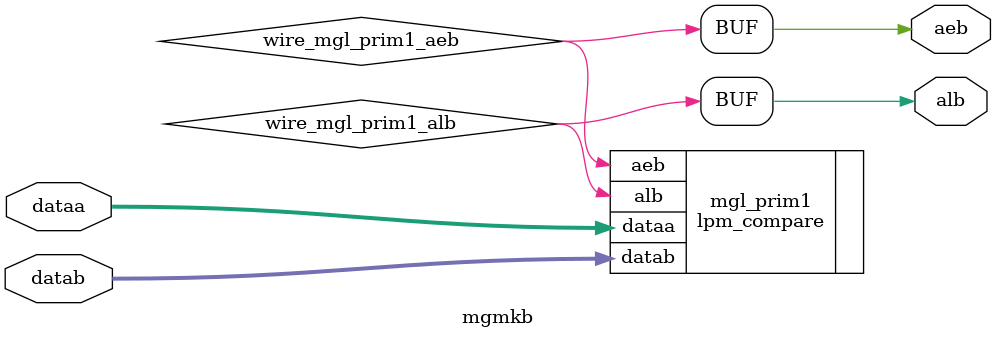
<source format=v>






//synthesis_resources = lpm_compare 1 
//synopsys translate_off
`timescale 1 ps / 1 ps
//synopsys translate_on
module  mgmkb
	( 
	aeb,
	alb,
	dataa,
	datab) /* synthesis synthesis_clearbox=1 */;
	output   aeb;
	output   alb;
	input   [5:0]  dataa;
	input   [5:0]  datab;

	wire  wire_mgl_prim1_aeb;
	wire  wire_mgl_prim1_alb;

	lpm_compare   mgl_prim1
	( 
	.aeb(wire_mgl_prim1_aeb),
	.alb(wire_mgl_prim1_alb),
	.dataa(dataa),
	.datab(datab));
	defparam
		mgl_prim1.lpm_representation = "UNSIGNED",
		mgl_prim1.lpm_type = "LPM_COMPARE",
		mgl_prim1.lpm_width = 6;
	assign
		aeb = wire_mgl_prim1_aeb,
		alb = wire_mgl_prim1_alb;
endmodule //mgmkb
//VALID FILE

</source>
